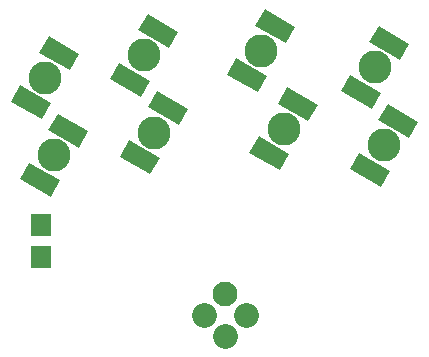
<source format=gbs>
G04 #@! TF.FileFunction,Soldermask,Bot*
%FSLAX46Y46*%
G04 Gerber Fmt 4.6, Leading zero omitted, Abs format (unit mm)*
G04 Created by KiCad (PCBNEW 4.0.7) date 06/27/18 22:11:54*
%MOMM*%
%LPD*%
G01*
G04 APERTURE LIST*
%ADD10C,0.100000*%
%ADD11C,2.800000*%
%ADD12R,1.700000X1.900000*%
%ADD13C,2.100000*%
%ADD14C,2.100000*%
G04 APERTURE END LIST*
D10*
D11*
X175006000Y-85852000D03*
D10*
G36*
X177105038Y-85216359D02*
X174506962Y-83716359D01*
X175306962Y-82330719D01*
X177905038Y-83830719D01*
X177105038Y-85216359D01*
X177105038Y-85216359D01*
G37*
G36*
X174705038Y-89373281D02*
X172106962Y-87873281D01*
X172906962Y-86487641D01*
X175505038Y-87987641D01*
X174705038Y-89373281D01*
X174705038Y-89373281D01*
G37*
D11*
X182753000Y-80645000D03*
D10*
G36*
X180653962Y-81280641D02*
X183252038Y-82780641D01*
X182452038Y-84166281D01*
X179853962Y-82666281D01*
X180653962Y-81280641D01*
X180653962Y-81280641D01*
G37*
G36*
X183053962Y-77123719D02*
X185652038Y-78623719D01*
X184852038Y-80009359D01*
X182253962Y-78509359D01*
X183053962Y-77123719D01*
X183053962Y-77123719D01*
G37*
D11*
X173101000Y-79248000D03*
D10*
G36*
X171001962Y-79883641D02*
X173600038Y-81383641D01*
X172800038Y-82769281D01*
X170201962Y-81269281D01*
X171001962Y-79883641D01*
X171001962Y-79883641D01*
G37*
G36*
X173401962Y-75726719D02*
X176000038Y-77226719D01*
X175200038Y-78612359D01*
X172601962Y-77112359D01*
X173401962Y-75726719D01*
X173401962Y-75726719D01*
G37*
D11*
X163195000Y-79629000D03*
D10*
G36*
X161095962Y-80264641D02*
X163694038Y-81764641D01*
X162894038Y-83150281D01*
X160295962Y-81650281D01*
X161095962Y-80264641D01*
X161095962Y-80264641D01*
G37*
G36*
X163495962Y-76107719D02*
X166094038Y-77607719D01*
X165294038Y-78993359D01*
X162695962Y-77493359D01*
X163495962Y-76107719D01*
X163495962Y-76107719D01*
G37*
D11*
X154813000Y-81534000D03*
D10*
G36*
X152713962Y-82169641D02*
X155312038Y-83669641D01*
X154512038Y-85055281D01*
X151913962Y-83555281D01*
X152713962Y-82169641D01*
X152713962Y-82169641D01*
G37*
G36*
X155113962Y-78012719D02*
X157712038Y-79512719D01*
X156912038Y-80898359D01*
X154313962Y-79398359D01*
X155113962Y-78012719D01*
X155113962Y-78012719D01*
G37*
D11*
X183515000Y-87249000D03*
D10*
G36*
X185614038Y-86613359D02*
X183015962Y-85113359D01*
X183815962Y-83727719D01*
X186414038Y-85227719D01*
X185614038Y-86613359D01*
X185614038Y-86613359D01*
G37*
G36*
X183214038Y-90770281D02*
X180615962Y-89270281D01*
X181415962Y-87884641D01*
X184014038Y-89384641D01*
X183214038Y-90770281D01*
X183214038Y-90770281D01*
G37*
D11*
X164020500Y-86169500D03*
D10*
G36*
X166119538Y-85533859D02*
X163521462Y-84033859D01*
X164321462Y-82648219D01*
X166919538Y-84148219D01*
X166119538Y-85533859D01*
X166119538Y-85533859D01*
G37*
G36*
X163719538Y-89690781D02*
X161121462Y-88190781D01*
X161921462Y-86805141D01*
X164519538Y-88305141D01*
X163719538Y-89690781D01*
X163719538Y-89690781D01*
G37*
D11*
X155575000Y-88074500D03*
D10*
G36*
X157674038Y-87438859D02*
X155075962Y-85938859D01*
X155875962Y-84553219D01*
X158474038Y-86053219D01*
X157674038Y-87438859D01*
X157674038Y-87438859D01*
G37*
G36*
X155274038Y-91595781D02*
X152675962Y-90095781D01*
X153475962Y-88710141D01*
X156074038Y-90210141D01*
X155274038Y-91595781D01*
X155274038Y-91595781D01*
G37*
D12*
X154432000Y-96727000D03*
X154432000Y-94027000D03*
D13*
X170053000Y-99803949D03*
D14*
X171849051Y-101600000D02*
X171849051Y-101600000D01*
X168256949Y-101600000D02*
X168256949Y-101600000D01*
X170053000Y-103396051D02*
X170053000Y-103396051D01*
M02*

</source>
